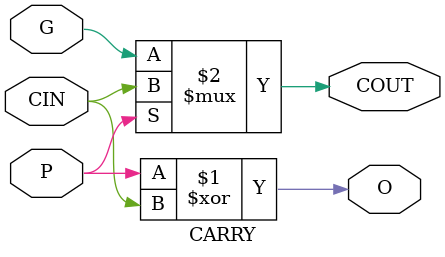
<source format=v>
`timescale 1ns/1ps
`celldefine

module CARRY (
  input P, // Partial data input
  input G, // Partial data input
  input CIN, // Carry in
  output O, // Data Output
  output COUT // Carry out
);

  assign {COUT, O} = {P ? CIN : G, P ^ CIN};
endmodule
`endcelldefine

</source>
